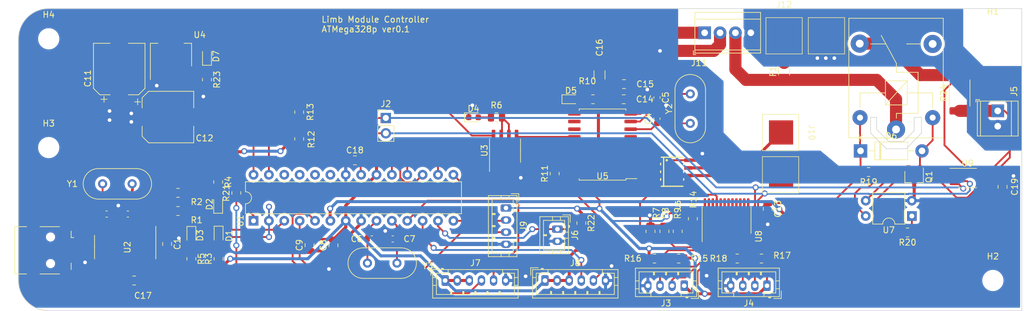
<source format=kicad_pcb>
(kicad_pcb (version 20221018) (generator pcbnew)
  (title_block (title "Tarantula One") (date "2024-04-13") (company "Swiss German University") (comment 1 "MCU : ATMega328p") (comment 2 "Modular Limb Controller") (comment 3 "PCB Schematic Circuit"))
  (layers (0 "F.Cu" signal) (31 "B.Cu" power) (34 "B.Paste" user) (35 "F.Paste" user) (36 "B.SilkS" user "B.Silkscreen") (37 "F.SilkS" user "F.Silkscreen") (38 "B.Mask" user) (39 "F.Mask" user) (44 "Edge.Cuts" user))
  (net 0 "")
  (net 1 "GND")
  (net 2 "Net-(U2-V3)")
  (net 3 "Net-(U2-XI)")
  (net 4 "Net-(U2-XO)")
  (net 5 "Net-(U5-OSC2)")
  (net 6 "Net-(U5-OSC1)")
  (net 7 "Net-(U1-XTAL1{slash}PB6)")
  (net 8 "Net-(U1-XTAL2{slash}PB7)")
  (net 9 "+5V")
  (net 10 "+5VP")
  (net 11 "Net-(U2-~{DTR})")
  (net 12 "Net-(U1-~{RESET}{slash}PC6)")
  (net 13 "Net-(U1-AREF)")
  (net 14 "Net-(D1-K)")
  (net 15 "Net-(D1-A)")
  (net 16 "Net-(D2-K)")
  (net 17 "Net-(D2-A)")
  (net 18 "Net-(D3-A)")
  (net 19 "Net-(D4-A)")
  (net 20 "Net-(D5-A)")
  (net 21 "Net-(D6-A)")
  (net 22 "Net-(D7-K)")
  (net 23 "+12V")
  (net 24 "Net-(J10-Pin_1)")
  (net 26 "Net-(J1-D-)")
  (net 27 "Net-(J1-D+)")
  (net 30 "/SCL")
  (net 31 "/SDA")
  (net 32 "Net-(J3-Pin_2)")
  (net 33 "Net-(J3-Pin_3)")
  (net 34 "Net-(J4-Pin_2)")
  (net 35 "Net-(J4-Pin_3)")
  (net 36 "Net-(J5-Pin_1)")
  (net 37 "Net-(J6-Pin_1)")
  (net 38 "Net-(J7-Pin_4)")
  (net 39 "Net-(J7-Pin_5)")
  (net 40 "Net-(J8-Pin_4)")
  (net 41 "Net-(J8-Pin_5)")
  (net 42 "Net-(J9-Pin_2)")
  (net 43 "Net-(J9-Pin_3)")
  (net 44 "/NO")
  (net 45 "Net-(Q1-B)")
  (net 46 "Net-(U2-TXD)")
  (net 47 "Net-(U2-RXD)")
  (net 48 "Net-(U3B--)")
  (net 49 "Net-(U8-A2)")
  (net 50 "Net-(U8-A1)")
  (net 51 "Net-(U8-A0)")
  (net 52 "Net-(U5-~{RESET})")
  (net 53 "Net-(U8-~{RESET})")
  (net 54 "Net-(R19-Pad1)")
  (net 55 "Net-(R20-Pad1)")
  (net 56 "Net-(U1-PD4)")
  (net 57 "Net-(U1-PB2)")
  (net 58 "Net-(U1-PB3)")
  (net 59 "Net-(U1-PB4)")
  (net 60 "Net-(U1-PB5)")
  (net 71 "Net-(U5-TXCAN)")
  (net 72 "Net-(U5-RXCAN)")
  (net 95 "Net-(J10-Pin_2)")
  (net 98 "Net-(J12-Pin_1)")
  (footprint "Relay_THT:Relay_SPDT_SANYOU_SRD_Series_Form_C" (layer "F.Cu") (at 165.859564 160.785 90)
    (fp_text reference "K1" hide)
    (fp_text value "SANYOU_SRD_Form_C")
  )
  (footprint "MountingHole:MountingHole_3mm" (layer "F.Cu") (at 25.859564 145.785)
    (fp_text reference "H4")
    (fp_text value "MountingHole")
  )
  (footprint "Package_TO_SOT_SMD:SOT-223-3_TabPin2" (layer "F.Cu") (at 46.059564 148.435 90)
    (fp_text reference "U4")
    (fp_text value "AMS1117-5.0")
  )
  (footprint "Crystal:Crystal_HC49-U_Vertical" (layer "F.Cu") (at 34.764564 169.785)
    (fp_text reference "Y1")
    (fp_text value "12MHz")
  )
  (footprint "Capacitor_SMD:C_0805_2012Metric" (layer "F.Cu") (at 144.659564 173.935 -90)
    (fp_text reference "C13")
    (fp_text value "100n")
  )
  (footprint "Resistor_SMD:R_0805_2012Metric" (layer "F.Cu") (at 56.859564 171.2975 90)
    (fp_text reference "R21")
    (fp_text value "1k")
  )
  (footprint "Connector_JST:JST_PH_B6B-PH-K_1x06_P2.00mm_Vertical" (layer "F.Cu") (at 91.359564 185.785)
    (fp_text reference "J7")
    (fp_text value "Driver 1")
  )
  (footprint "Connector_JST:JST_PH_B4B-PH-K_1x04_P2.00mm_Vertical" (layer "F.Cu") (at 101.409564 173.785 -90)
    (fp_text reference "J9")
    (fp_text value "SRO4M 2")
  )
  (footprint "Capacitor_SMD:C_1206_3216Metric" (layer "F.Cu") (at 116.859564 151.76 90)
    (fp_text reference "C16")
    (fp_text value "10u")
  )
  (footprint "LED_SMD:LED_0603_1608Metric" (layer "F.Cu") (at 96.042064 158.785)
    (fp_text reference "D4")
    (fp_text value "LED")
  )
  (footprint "Capacitor_SMD:C_0805_2012Metric" (layer "F.Cu") (at 72.899564 179.955 90)
    (fp_text reference "C8")
    (fp_text value "100n")
  )
  (footprint "Capacitor_SMD:C_0805_2012Metric" (layer "F.Cu") (at 68.959564 179.935 90)
    (fp_text reference "C9")
    (fp_text value "10u")
  )
  (footprint "Resistor_SMD:R_0805_2012Metric" (layer "F.Cu") (at 129.947064 182.1475 180)
    (fp_text reference "R15")
    (fp_text value "47k")
  )
  (footprint "Resistor_SMD:R_2512_6332Metric" (layer "F.Cu") (at 176.359564 154.7475 90)
    (fp_text reference "R24")
    (fp_text value "100")
  )
  (footprint "Capacitor_SMD:C_0805_2012Metric" (layer "F.Cu") (at 120.909564 153.285)
    (fp_text reference "C15")
    (fp_text value "100n")
  )
  (footprint "Resistor_SMD:R_0805_2012Metric" (layer "F.Cu") (at 167.757064 177.835 180)
    (fp_text reference "R20")
    (fp_text value "1k")
  )
  (footprint "Resistor_SMD:R_0805_2012Metric" (layer "F.Cu") (at 53.929564 182.1975 90)
    (fp_text reference "R3")
    (fp_text value "1k")
  )
  (footprint "LED_SMD:LED_0603_1608Metric" (layer "F.Cu") (at 52.009564 148.6725 90)
    (fp_text reference "D7")
    (fp_text value "LED")
  )
  (footprint "Package_SO:SOIC-18W_7.5x11.6mm_P1.27mm" (layer "F.Cu") (at 117.359564 163.285 180)
    (fp_text reference "U5")
    (fp_text value "MCP2515-xSO")
  )
  (footprint "Capacitor_SMD:C_0805_2012Metric" (layer "F.Cu") (at 45.429564 179.735 -90)
    (fp_text reference "C1")
    (fp_text value "100n")
  )
  (footprint "MountingHole:MountingHole_3mm" (layer "F.Cu") (at 181.859564 145.285)
    (fp_text reference "H1")
    (fp_text value "MountingHole")
  )
  (footprint "Connector_JST:JST_PH_B2B-PH-K_1x02_P2.00mm_Vertical" (layer "F.Cu") (at 109.909564 177.285 -90)
    (fp_text reference "J6")
    (fp_text value "Limit Switch")
  )
  (footprint "Capacitor_SMD:C_0603_1608Metric" (layer "F.Cu") (at 82.694564 178.905)
    (fp_text reference "C7")
    (fp_text value "22p")
  )
  (footprint "Resistor_SMD:R_0805_2012Metric" (layer "F.Cu") (at 125.284564 177.6475 -90)
    (fp_text reference "R7")
    (fp_text value "10k")
  )
  (footprint "Capacitor_SMD:C_0805_2012Metric" (layer "F.Cu") (at 76.449564 165.905)
    (fp_text reference "C18")
    (fp_text value "100n")
  )
  (footprint "Capacitor_SMD:C_0603_1608Metric" (layer "F.Cu") (at 35.439564 174.785)
    (fp_text reference "C3" hide)
    (fp_text value "22p")
  )
  (footprint "Capacitor_SMD:C_0603_1608Metric" (layer "F.Cu") (at 126.359564 159.01 90)
    (fp_text reference "C4")
    (fp_text value "22p")
  )
  (footprint "TJA1050:SOT96-1" (layer "F.Cu") (at 128.859564 167.785 -90)
    (fp_text reference "U6")
    (fp_text value "TJA1050")
  )
  (footprint "Resistor_SMD:R_0805_2012Metric" (layer "F.Cu") (at 115.772064 155.785 180)
    (fp_text reference "R10")
    (fp_text value "1k")
  )
  (footprint "Resistor_SMD:R_0805_2012Metric" (layer "F.Cu") (at 139.622064 182.1475)
    (fp_text reference "R18")
    (fp_text value "47k")
  )
  (footprint "Resistor_SMD:R_0805_2012Metric" (layer "F.Cu") (at 49.429564 182.1975 -90)
    (fp_text reference "R5")
    (fp_text value "1k")
  )
  (footprint "Resistor_SMD:R_0805_2012Metric" (layer "F.Cu") (at 67.246628 157.9275 -90)
    (fp_text reference "R13")
    (fp_text value "10k")
  )
  (footprint "Resistor_SMD:R_0805_2012Metric" (layer "F.Cu") (at 143.622064 182.1475 180)
    (fp_text reference "R17")
    (fp_text value "47k")
  )
  (footprint "MountingHole:MountingHole_3mm" (layer "F.Cu") (at 181.859564 185.785)
    (fp_text reference "H2")
    (fp_text value "MountingHole")
  )
  (footprint "Resistor_SMD:R_0805_2012Metric" (layer "F.Cu") (at 99.842064 158.785 180)
    (fp_text reference "R6")
    (fp_text value "1k")
  )
  (footprint "LED_SMD:LED_0603_1608Metric" (layer "F.Cu") (at 49.429564 178.3225 -90)
    (fp_text reference "D3")
    (fp_text value "LED")
  )
  (footprint "Diode_THT:D_DO-41_SOD81_P10.16mm_Horizontal" (layer "F.Cu") (at 159.989564 164.335)
    (fp_text reference "D6")
    (fp_text value "1N4007")
  )
  (footprint "Capacitor_SMD:CP_Elec_8x10" (layer "F.Cu") (at 37.509564 150.785 90)
    (fp_text reference "C11")
    (fp_text value "47u")
  )
  (footprint "Resistor_SMD:R_0805_2012Metric" (layer "F.Cu") (at 47.217064 171.285)
    (fp_text reference "R2")
    (fp_text value "1k")
  )
  (footprint "Connector_PinHeader_2.54mm:PinHeader_1x02_P2.54mm_Vertical" (layer "F.Cu") (at 81.559564 158.885)
    (fp_text reference "J2")
    (fp_text value "I2C Connection SDA/SCL")
  )
  (footprint "LED_SMD:LED_0603_1608Metric" (layer "F.Cu") (at 53.859564 173.1725 90)
    (fp_text reference "D2")
    (fp_text value "LED")
  )
  (footprint "Resistor_SMD:R_0805_2012Metric" (layer "F.Cu") (at 109.459564 168.0975 90)
    (fp_text reference "R11")
    (fp_text value "10k")
  )
  (footprint "Connector_JST:JST_PH_B4B-PH-K_1x04_P2.00mm_Vertical" (layer "F.Cu") (at 144.534564 186.6475 180)
    (fp_text reference "J4")
    (fp_text value "AS5600")
  )
  (footprint "Connector_USB:USB_Mini-B_Lumberg_2486_01_Horizontal" (layer "F.Cu") (at 26.159564 180.785 -90)
    (fp_text reference "J1" hide)
    (fp_text value "USB_B_Mini")
  )
  (footprint "MountingHole:MountingHole_3mm" (layer "F.Cu") (at 25.859564 163.785)
    (fp_text reference "H3")
    (fp_text value "MountingHole")
  )
  (footprint "Capacitor_SMD:C_0603_1608Metric" (layer "F.Cu") (at 79.244564 178.905 180)
    (fp_text reference "C6")
    (fp_text value "22p")
  )
  (footprint "Crystal:Crystal_HC49-U_Vertical" (layer "F.Cu") (at 78.519564 182.905)
    (fp_text reference "Y3")
    (fp_text value "16Mhz")
  )
  (footprint "Package_SO:SOIC-16_3.9x9.9mm_P1.27mm" (layer "F.Cu") (at 38.494564 180.26 -90)
    (fp_text reference "U2")
    (fp_text value "CH340G")
  )
  (footprint "Resistor_SMD:R_0805_2012Metric" (layer "F.Cu") (at 52.009564 152.5475 -90)
    (fp_text reference "R23")
    (fp_text value "1k")
  )
  (footprint "Crystal:Crystal_HC49-U_Vertical" (layer "F.Cu") (at 131.859564 159.785 90)
    (fp_text reference "Y2")
    (fp_text value "8MHz")
  )
  (footprint "Resistor_SMD:R_0805_2012Metric" (layer "F.Cu") (at 129.784564 177.6475 -90)
    (fp_text reference "R9")
    (fp_text value "10k")
  )
  (footprint "TerminalBlock_TE-Connectivity:TerminalBlock_TE_282834-4_1x04_P2.54mm_Horizontal" (layer "F.Cu") (at 134.239564 144.785)
    (fp_text reference "J11")
    (fp_text value "LM2596")
  )
  (footprint "Library:Pad_2X" (layer "F.Cu") (at 147.359564 150.285)
    (fp_text reference "J12")
    (fp_text value "Power Cables")
  )
  (footprint "Capacitor_SMD:C_0603_1608Metric" (layer "F.Cu") (at 126.359564 155.51 -90)
    (fp_text reference "C5")
    (fp_text value "22p")
  )
  (footprint "Capacitor_SMD:C_0805_2012Metric" (layer "F.Cu") (at 39.979564 185.785)
    (fp_text reference "C17")
    (fp_text value "100n")
  )
  (footprint "Capacitor_SMD:C_0603_1608Metric" (layer "F.Cu") (at 38.939564 174.785 180)
    (fp_text reference "C2" hide)
    (fp_text value "22p")
  )
  (footprint "Package_SO:SOIC-8_3.9x4.9mm_P1.27mm" (layer "F.Cu") (at 101.254564 164.285 90)
    (fp_text reference "U3")
    (fp_text value "LM358")
  )
  (footprint "Connector_JST:JST_PH_B6B-PH-K_1x06_P2.00mm_Vertical" (layer "F.Cu") (at 107.859564 185.785)
    (fp_text reference "J8")
    (fp_text value "Driver 2")
  )
  (footprint "Package_DIP:DIP-4_W7.62mm" (layer "F.Cu") (at 168.469564 175.11 180)
    (fp_text reference "U7")
    (fp_text value "PC817")
  )
  (footprint "Library:Pad_2X" (layer "F.Cu") (at 141.779564 161.285 -90)
    (fp_text reference "J10")
    (fp_text value "CAN Cables")
  )
  (footprint "TerminalBlock_TE-Connectivity:TerminalBlock_TE_282834-2_1x02_P2.54mm_Horizontal" (layer "F.Cu") (at 182.659564 157.715 -90)
    (fp_text reference "J5")
    (fp_text value "12V Pump")
  )
  (footprint "Resistor_SMD:R_0805_2012Metric" (layer "F.Cu") (at 161.322064 167.835 180)
    (fp_text reference "R19")
    (fp_text value "1k")
  )
  (footprint "Resistor_SMD:R_0805_2012Metric" (layer "F.Cu") (at 132.284564 175.56 -90)
    (fp_text reference "R14")
    (fp_text value "10k")
  )
  (footprint "Capacitor_SMD:C_0805_2012Metric" (layer "F.Cu") (at 120.859564 155.785)
    (fp_text reference "C14")
    (fp_text value "100n")
  )
  (footprint "Package_SO:VSSOP-10_3x3mm_P0.5mm" (layer "F.Cu") (at 177.669564 168.835)
    (fp_text reference "U9")
    (fp_text value "INA226")
  )
  (footprint "Package_DIP:DIP-28_W7.62mm" (layer "F.Cu") (at 59.699564 175.905 90)
    (fp_text reference "U1")
    (fp_text value "ATmega328-P")
  )
  (footprint "Resistor_SMD:R_0805_2012Metric" (layer "F.Cu") (at 113.859564 176.285 -90)
    (fp_text reference "R22")
    (fp_text value "10k")
  )
  (footprint "Package_SO:TSSOP-24_4.4x7.8mm_P0.65mm" (layer "F.Cu") (at 137.859564 175.785 90)
    (fp_text reference "U8")
    (fp_text value "TCA9548APWR")
  )
  (footprint "LED_SMD:LED_0603_1608Metric" (layer "F.Cu") (at 53.929564 178.285 -90)
    (fp_text reference "D1")
    (fp_text value "LED")
  )
  (footprint "Connector_JST:JST_PH_B4B-PH-K_1x04_P2.00mm_Vertical" (layer "F.Cu") (at 130.859564 186.6475 180)
    (fp_text reference "J3")
    (fp_text value "AS5600")
  )
  (footprint "Resistor_SMD:R_0805_2012Metric" (layer "F.Cu") (at 127.584564 177.6475 -90)
    (fp_text reference "R8")
    (fp_text value "10k")
  )
  (footprint "LED_SMD:LED_0603_1608Metric" (layer "F.Cu") (at 112.147064 155.785)
    (fp_text reference "D5")
    (fp_text value "LED")
  )
  (footprint "Resistor_SMD:R_0805_2012Metric" (layer "F.Cu") (at 47.217064 174.285)
    (fp_text reference "R1")
    (fp_text value "1k")
  )
  (footprint "Package_TO_SOT_SMD:TSOT-23" (layer "F.Cu") (at 168.859564 168.645 -90)
    (fp_text reference "Q1")
    (fp_text value "BC547")
  )
  (footprint "Resistor_SMD:R_0805_2012Metric" (layer "F.Cu") (at 67.246628 162.3525 90)
    (fp_text reference "R12")
    (fp_text value "10k")
  )
  (footprint "Resistor_SMD:R_0805_2012Metric" (layer "F.Cu") (at 125.947064 182.1475)
    (fp_text reference "R16")
    (fp_text value "47k")
  )
  (footprint "Capacitor_SMD:CP_Elec_8x10" (layer "F.Cu") (at 45.559564 158.735)
    (fp_text reference "C12")
    (fp_text value "47u")
  )
  (footprint "Fuse:Fuse_1206_3216Metric" (layer "F.Cu") (at 147.359564 151.185 90)
    (fp_text reference "F1")
    (fp_text value "6A")
  )
  (footprint "Resistor_SMD:R_0805_2012Metric" (layer "F.Cu") (at 53.859564 169.4725 -90)
    (fp_text reference "R4")
    (fp_text value "1k")
  )
  (footprint "Capacitor_SMD:C_0805_2012Metric" (layer "F.Cu") (at 183.459564 170.285 90)
    (fp_text reference "C19")
    (fp_text value "100n")
  )
  (gr_line (start 20.859564 145.785) (end 20.859564 185.785) (stroke (width 0.1)) (layer "Edge.Cuts"))
  (gr_line (start 170.059564 158.785) (end 170.059564 161.385) (stroke (width 0.1)) (layer "Edge.Cuts"))
  (gr_line (start 161.659564 161.385) (end 164.259564 163.985) (stroke (width 0.1)) (layer "Edge.Cuts"))
  (gr_line (start 162.659564 160.785) (end 164.659564 162.785) (stroke (width 0.1)) (layer "Edge.Cuts"))
  (gr_line (start 162.659564 158.785) (end 162.659564 160.785) (stroke (width 0.1)) (layer "Edge.Cuts"))
  (gr_line (start 167.559564 163.985) (end 170.059564 161.385) (stroke (width 0.1)) (layer "Edge.Cuts"))
  (gr_line (start 186.6325 140.785) (end 25.859564 140.785) (stroke (width 0.1)) (layer "Edge.Cuts"))
  (gr_line (start 186.6325 140.785) (end 186.6325 190.785) (stroke (width 0.1)) (layer "Edge.Cuts"))
  (gr_line (start 168.859564 158.785) (end 170.059564 158.785) (stroke (width 0.1)) (layer "Edge.Cuts"))
  (gr_line (start 161.659564 158.785) (end 161.659564 161.385) (stroke (width 0.1)) (layer "Edge.Cuts"))
  (gr_line (start 164.259564 163.985) (end 167.559564 163.985) (stroke (width 0.1)) (layer "Edge.Cuts"))
  (gr_line (start 167.059564 162.785) (end 168.859564 160.985) (stroke (width 0.1)) (layer "Edge.Cuts"))
  (gr_line (start 164.659564 162.785) (end 167.059564 162.785) (stroke (width 0.1)) (layer "Edge.Cuts"))
  (gr_arc (start 20.859564 145.785) (mid 22.324028 142.249453) (end 25.859564 140.785) (stroke (width 0.1)) (layer "Edge.Cuts"))
  (gr_line (start 161.659564 158.785) (end 162.659564 158.785) (stroke (width 0.1)) (layer "Edge.Cuts"))
  (gr_line (start 25.859564 190.785) (end 186.6325 190.785) (stroke (width 0.1)) (layer "Edge.Cuts"))
  (gr_line (start 168.859564 160.985) (end 168.859564 158.785) (stroke (width 0.1)) (layer "Edge.Cuts"))
  (gr_arc (start 25.859564 190.785) (mid 22.324053 189.320521) (end 20.859564 185.785) (stroke (width 0.1)) (layer "Edge.Cuts"))
  (gr_text "Limb Module Controller\nATMega328p ver0.1" (at 70.859564 144.785) (layer "F.SilkS") (effects (font (size 1 1)) (justify left bottom)))
  (segment (start 143.659564 174.885) (end 144.659564 174.885) (width 0.3) (layer "F.Cu") (net 1))
  (segment (start 47.359564 178.785) (end 48.179564 178.785) (width 0.5) (layer "F.Cu") (net 1))
  (segment (start 144.659564 176.485) (end 144.659564 174.885) (width 0.3) (layer "F.Cu") (net 1))
  (segment (start 77.399564 175.985) (end 77.479564 175.905) (width 0.6) (layer "F.Cu") (net 1))
  (segment (start 111.359564 155.785) (end 111.359564 152.385) (width 0.5) (layer "F.Cu") (net 1))
  (segment (start 95.254564 158.785) (end 95.254564 157.39) (width 0.3) (layer "F.Cu") (net 1))
  (segment (start 127.584564 176.735) (end 129.784564 176.735) (width 0.5) (layer "F.Cu") (net 1))
  (segment (start 111.359564 152.385) (end 113.459564 150.285) (width 0.5) (layer "F.Cu") (net 1))
  (segment (start 132.764564 165.88) (end 133.859564 164.785) (width 0.5) (layer "F.Cu") (net 1))
  (segment (start 126.209564 167.15) (end 127.394564 167.15) (width 0.3) (layer "F.Cu") (net 1))
  (segment (start 123.639564 158.205) (end 123.859564 157.985) (width 0.3) (layer "F.Cu") (net 1))
  (segment (start 131.509564 165.88) (end 132.764564 165.88) (width 0.5) (layer "F.Cu") (net 1))
  (segment (start 72.879564 180.885) (end 72.899564 180.905) (width 0.5) (layer "F.Cu") (net 1))
  (segment (start 72.899564 183.145) (end 72.159564 183.885) (width 0.5) (layer "F.Cu") (net 1))
  (segment (start 77.479564 176.325) (end 77.479564 175.905) (width 0.5) (layer "F.Cu") (net 1))
  (segment (start 124.259564 154.185) (end 124.759564 154.185) (width 0.5) (layer "F.Cu") (net 1))
  (segment (start 121.859564 155.735) (end 121.809564 155.785) (width 0.5) (layer "F.Cu") (net 1))
  (segment (start 117.859564 185.785) (end 117.859564 184.385) (width 0.5) (layer "F.Cu") (net 1))
  (segment (start 35.809564 157.735) (end 35.909564 157.735) (width 0.5) (layer "F.Cu") (net 1))
  (segment (start 183.459564 169.335) (end 184.409564 169.335) (width 0.3) (layer "F.Cu") (net 1))
  (segment (start 52.009564 154.735) (end 51.409564 155.335) (width 0.3) (layer "F.Cu") (net 1))
  (segment (start 135.739564 147.785) (end 126.859564 147.785) (width 2) (layer "F.Cu") (net 1))
  (segment (start 141.434564 178.6475) (end 141.434564 177.11) (width 0.3) (layer "F.Cu") (net 1))
  (segment (start 125.284564 176.735) (end 127.584564 176.735) (width 0.5) (layer "F.Cu") (net 1))
  (segment (start 48.179564 178.785) (end 49.429564 177.535) (width 0.5) (layer "F.Cu") (net 1))
  (segment (start 141.434564 177.11) (end 143.659564 174.885) (width 0.3) (layer "F.Cu") (net 1))
  (segment (start 103.159564 168.085) (end 103.859564 168.785) (width 0.5) (layer "F.Cu") (net 1))
  (segment (start 80.019564 178.905) (end 81.919564 178.905) (width 0.3) (layer "F.Cu") (net 1))
  (segment (start 168.859564 169.955) (end 168.859564 172.18) (width 0.5) (layer "F.Cu") (net 1))
  (segment (start 38.164564 174.785) (end 38.164564 174.19) (width 0.3) (layer "F.Cu") (net 1))
  (segment (start 81.919564 178.045) (end 81.459564 177.585) (width 0.3) (layer "F.Cu") (net 1))
  (segment (start 74.939564 168.285) (end 74.939564 166.465) (width 0.5) (layer "F.Cu") (net 1))
  (segment (start 123.859564 155.085) (end 123.959564 154.985) (width 0.3) (layer "F.Cu") (net 1))
  (segment (start 74.939564 166.465) (end 75.499564 165.905) (width 0.5) (layer "F.Cu") (net 1))
  (segment (start 123.859564 157.985) (end 123.859564 155.085) (width 0.3) (layer "F.Cu") (net 1))
  (segment (start 72.899564 180.905) (end 77.479564 176.325) (width 0.5) (layer "F.Cu") (net 1))
  (segment (start 124.859564 186.6475) (end 122.122064 186.6475) (width 0.5) (layer "F.Cu") (net 1))
  (segment (start 122.122064 186.6475) (end 118.859564 183.385) (width 0.5) (layer "F.Cu") (net 1))
  (segment (start 136.779564 146.745) (end 135.739564 147.785) (width 2) (layer "F.Cu") (net 1))
  (segment (start 68.959564 180.885) (end 72.879564 180.885) (width 0.5) (layer "F.Cu") (net 1))
  (segment (start 120.359564 150.285) (end 121.859564 151.785) (width 0.5) (layer "F.Cu") (net 1))
  (segment (start 117.859564 184.385) (end 118.859564 183.385) (width 0.5) (layer "F.Cu") (net 1))
  (segment (start 38.164564 174.19) (end 37.359564 173.385) (width 0.3) (layer "F.Cu") (net 1))
  (segment (start 28.859564 182.385) (end 31.459564 182.385) (width 0.3) (layer "F.Cu") (net 1))
  (segment (start 125.284564 176.735) (end 125.284564 175.11) (width 0.5) (layer "F.Cu") (net 1))
  (segment (start 127.394564 167.15) (end 128.664564 165.88) (width 0.3) (layer "F.Cu") (net 1))
  (segment (start 138.534564 186.6475) (end 136.222064 186.6475) (width 0.5) (layer "F.Cu") (net 1))
  (segment (start 121.859564 153.285) (end 121.859564 155.735) (width 0.5) (layer "F.Cu") (net 1))
  (segment (start 128.664564 165.88) (end 131.509564 165.88) (width 0.3) (layer "F.Cu") (net 1))
  (segment (start 126.359564 156.285) (end 126.359564 158.235) (width 0.3) (layer "F.Cu") (net 1))
  (segment (start 101.359564 185.785) (end 103.959564 185.785) (width 0.5) (layer "F.Cu") (net 1))
  (segment (start 113.459564 150.285) (end 116.859564 150.285) (width 0.5) (layer "F.Cu") (net 1))
  (segment (start 123.959564 154.985) (end 124.759564 154.185) (width 0.3) (layer "F.Cu") (net 1))
  (segment (start 125.284564 175.11) (end 125.159564 174.985) (width 0.5) (layer "F.Cu") (net 1))
  (segment (start 179.869564 169.335) (end 183.459564 169.335) (width 0.3) (layer "F.Cu") (net 1))
  (segment (start 49.179564 177.785) (end 49.429564 177.535) (width 0.4) (layer "F.Cu") (net 1))
  (segment (start 42.939564 177.785) (end 49.179564 177.785) (width 0.4) (layer "F.Cu") (net 1))
  (segment (start 103.159564 166.76) (end 103.159564 168.085) (width 0.5) (layer "F.Cu") (net 1))
  (segment (start 103.959564 185.785) (end 104.659564 185.085) (width 0.5) (layer "F.Cu") (net 1))
  (segment (start 127.359564 156.285) (end 127.859564 156.785) (width 0.3) (layer "F.Cu") (net 1))
  (segment (start 72.899564 180.905) (end 72.899564 183.145) (width 0.5) (layer "F.Cu") (net 1))
  (segment (start 121.859564 151.785) (end 121.859564 153.285) (width 0.5) (layer "F.Cu") (net 1))
  (segment (start 184.409564 169.335) (end 185.259564 168.485) (width 0.3) (layer "F.Cu") (net 1))
  (segment (start 136.222064 186.6475) (end 134.559564 184.985) (width 0.5) (layer "F.Cu") (net 1))
  (segment (start 45.429564 178.785) (end 47.359564 178.785) (width 0.5) (layer "F.Cu") (net 1))
  (segment (start 136.779564 144.785) (end 136.779564 146.745) (width 2) (layer "F.Cu") (net 1))
  (segment (start 81.919564 178.905) (end 81.919564 178.045) (width 0.3) (layer "F.Cu") (net 1))
  (segment (start 121.859564 151.785) (end 124.259564 154.185) (width 0.5) (layer "F.Cu") (net 1))
  (segment (start 42.929564 177.775) (end 42.939564 177.785) (width 0.4) (layer "F.Cu") (net 1))
  (segment (start 95.254564 157.39) (end 95.859564 156.785) (width 0.3) (layer "F.Cu") (net 1))
  (segment (start 168.859564 172.18) (end 168.469564 172.57) (width 0.5) (layer "F.Cu") (net 1))
  (segment (start 31.459564 182.385) (end 31.859564 182.785) (width 0.3) (layer "F.Cu") (net 1))
  (segment (start 122.009564 158.205) (end 123.639564 158.205) (width 0.3) (layer "F.Cu") (net 1))
  (segment (start 126.359564 156.285) (end 127.359564 156.285) (width 0.3) (layer "F.Cu") (net 1))
  (segment (start 36.214564 174.785) (end 38.164564 174.785) (width 0.3) (layer "F.Cu") (net 1))
  (segment (start 52.009564 153.46) (end 52.009564 154.735) (width 0.3) (layer "F.Cu") (net 1))
  (segment (start 116.859564 150.285) (end 120.359564 150.285) (width 0.5) (layer "F.Cu") (net 1))
  (via (at 134.559564 184.985) (size 1) (drill 0.6) (layers "F.Cu" "B.Cu") (net 1))
  (via (at 81.459564 177.585) (size 1) (drill 0.6) (layers "F.Cu" "B.Cu") (net 1))
  (via (at 43.709564 153.535) (size 1) (drill 0.6) (layers "F.Cu" "B.Cu") (net 1))
  (via (at 124.759564 154.185) (size 1) (drill 0.6) (layers "F.Cu" "B.Cu") (net 1))
  (via (at 104.659564 185.085) (size 1) (drill 0.6) (layers "F.Cu" "B.Cu") (net 1))
  (via (at 144.659564 176.485) (size 1) (drill 0.6) (layers "F.Cu" "B.Cu") (net 1))
  (via (at 155.659564 148.985) (size 1) (drill 0.6) (layers "F.Cu" "B.Cu") (net 1))
  (via (at 51.409564 155.335) (size 1) (drill 0.6) (layers "F.Cu" "B.Cu") (net 1))
  (via (at 39.509564 158.135) (size 1) (drill 0.6) (layers "F.Cu" "B.Cu") (net 1))
  (via (at 47.359564 178.785) (size 1) (drill 0.6) (layers "F.Cu" "B.Cu") (net 1))
  (via (at 37.359564 173.385) (size 1) (drill 0.6) (layers "F.Cu" "B.Cu") (net 1))
  (via (at 95.859564 156.785) (size 1) (drill 0.6) (layers "F.Cu" "B.Cu") (net 1))
  (via (at 35.909564 159.235) (size 1) (drill 0.6) (layers "F.Cu" "B.Cu") (net 1))
  (via (at 31.859564 182.785) (size 1) (drill 0.6) (layers "F.Cu" "B.Cu") (net 1))
  (via (at 118.859564 183.385) (size 1) (drill 0.6) (layers "F.Cu" "B.Cu") (net 1))
  (via (at 72.159564 183.885) (size 1) (drill 0.6) (layers "F.Cu" "B.Cu") (net 1))
  (via (at 35.909564 157.735) (size 1) (drill 0.6) (layers "F.Cu" "B.Cu") (net 1))
  (via (at 103.859564 168.785) (size 1) (drill 0.6) (layers "F.Cu" "B.Cu") (net 1))
  (via (at 152.859564 148.985) (size 1) (drill 0.6) (layers "F.Cu" "B.Cu") (net 1))
  (via (at 126.859564 147.785) (size 1) (drill 0.6) (layers "F.Cu" "B.Cu") (net 1))
  (via (at 125.159564 174.985) (size 1) (drill 0.6) (layers "F.Cu" "B.Cu") (net 1))
  (via (at 133.859564 164.785) (size 1) (drill 0.6) (layers "F.Cu" "B.Cu") (net 1))
  (via (at 154.259564 148.985) (size 1) (drill 0.6) (layers "F.Cu" "B.Cu") (net 1))
  (via (at 127.859564 156.785) (size 1) (drill 0.6) (layers "F.Cu" "B.Cu") (net 1))
  (via (at 39.509564 159.535) (size 1) (drill 0.6) (layers "F.Cu" "B.Cu") (net 1))
  (via (at 185.259564 168.485) (size 1) (drill 0.6) (layers "F.Cu" "B.Cu") (net 1))
  (segment (start 45.429564 180.685) (end 40.359564 180.685) (width 0.3) (layer "F.Cu") (net 2))
  (segment (start 40.359564 180.685) (end 39.129564 179.455) (width 0.3) (layer "F.Cu") (net 2))
  (segment (start 39.129564 179.455) (end 39.129564 177.785) (width 0.3) (layer "F.Cu") (net 2))
  (segment (start 35.319564 177.785) (end 35.319564 176.725) (width 0.3) (layer "F.Cu") (net 3))
  (segment (start 39.714564 175.33) (end 39.714564 174.785) (width 0.3) (layer "F.Cu") (net 3))
  (segment (start 39.644564 170.785) (end 39.714564 170.785) (width 0.4) (layer "F.Cu") (net 3))
  (segment (start 39.644564 170.785) (end 39.644564 174.715) (width 0.4) (layer "F.Cu") (net 3))
  (segment (start 35.859564 176.185) (end 38.859564 176.185) (width 0.3) (layer "F.Cu") (net 3))
  (segment (start 35.319564 176.725) (end 35.859564 176.185) (width 0.3) (layer "F.Cu") (net 3))
  (segment (start 39.714564 169.855) (end 39.644564 169.785) (width 0.4) (layer "F.Cu") (net 3))
  (segment (start 38.859564 176.185) (end 39.714564 175.33) (width 0.3) (layer "F.Cu") (net 3))
  (segment (start 39.714564 170.785) (end 39.714564 169.855) (width 0.4) (layer "F.Cu") (net 3))
  (segment (start 39.644564 174.715) (end 39.714564 174.785) (width 0.4) (layer "F.Cu") (net 3))
  (segment (start 34.049564 177.785) (end 34.049564 175.4) (width 0.3) (layer "F.Cu") (net 4))
  (segment (start 34.764564 174.685) (end 34.764564 169.785) (width 0.3) (layer "F.Cu") (net 4))
  (segment (start 34.049564 175.4) (end 34.664564 174.785) (width 0.3) (layer "F.Cu") (net 4))
  (segment (start 34.664564 174.785) (end 34.764564 174.685) (width 0.3) (layer "F.Cu") (net 4))
  (segment (start 122.009564 160.745) (end 125.399564 160.745) (width 0.3) (layer "F.Cu") (net 5))
  (segment (start 126.359564 159.785) (end 131.859564 159.785) (width 0.3) (layer "F.Cu") (net 5))
  (segment (start 125.399564 160.745) (end 126.359564 159.785) (width 0.3) (layer "F.Cu") (net 5))
  (segment (start 126.529564 154.905) (end 131.859564 154.905) (width 0.3) (layer "F.Cu") (net 6))
  (segment (start 124.659564 156.435) (end 126.359564 154.735) (width 0.3) (layer "F.Cu") (net 6))
  (segment (start 122.009564 159.475) (end 123.569564 159.475) (width 0.3) (layer "F.Cu") (net 6))
  (segment (start 124.659564 158.385) (end 124.659564 156.435) (width 0.3) (layer "F.Cu") (net 6))
  (segment (start 123.569564 159.475) (end 124.659564 158.385) (width 0.3) (layer "F.Cu") (net 6))
  (segment (start 126.359564 154.735) (end 126.529564 154.905) (width 0.3) (layer "F.Cu") (net 6))
  (segment (start 78.519564 178.955) (end 78.519564 182.905) (width 0.3) (layer "F.Cu") (net 7))
  (segment (start 78.469564 178.905) (end 78.519564 178.955) (width 0.3) (layer "F.Cu") (net 7))
  (segment (start 80.019564 175.905) (end 78.359564 177.565) (width 0.3) (layer "F.Cu") (net 7))
  (segment (start 78.359564 177.565) (end 78.359564 178.795) (width 0.3) (layer "F.Cu") (net 7))
  (segment (start 78.359564 178.795) (end 78.469564 178.905) (width 0.3) (layer "F.Cu") (net 7))
  (segment (start 83.399564 178.975) (end 83.399564 182.905) (width 0.3) (layer "F.Cu") (net 8))
  (segment (start 82.559564 175.905) (end 83.359564 176.705) (width 0.3) (layer "F.Cu") (net 8))
  (segment (start 83.469564 178.905) (end 83.399564 178.975) (width 0.3) (layer "F.Cu") (net 8))
  (segment (start 83.359564 178.795) (end 83.469564 178.905) (width 0.3) (layer "F.Cu") (net 8))
  (segment (start 83.359564 176.705) (end 83.359564 178.795) (width 0.3) (layer "F.Cu") (net 8))
  (segment (start 55.034564 168.56) (end 56.859564 170.385) (width 0.5) (layer "F.Cu") (net 9))
  (segment (start 126.994564 168.42) (end 127.459564 168.885) (width 0.3) (layer "F.Cu") (net 9))
  (segment (start 162.859564 172.185) (end 166.259564 168.785) (width 0.3) (layer "F.Cu") (net 9))
  (segment (start 128.497064 174.6475) (end 127.959564 175.185) (width 0.3) (layer "F.Cu") (net 9))
  (segment (start 119.959564 155.735) (end 119.909564 155.785) (width 0.5) (layer "F.Cu") (net 9))
  (segment (start 95.784564 161.81) (end 89.259564 155.285) (width 0.3) (layer "F.Cu") (net 9))
  (segment (start 67.246628 163.265) (end 65.279564 163.265) (width 0.5) (layer "F.Cu") (net 9))
  (segment (start 159.759564 176.985) (end 161.259564 176.985) (width 0.3) (layer "F.Cu") (net 9))
  (segment (start 116.859564 153.235) (end 119.909564 153.235) (width 0.5) (layer "F.Cu") (net 9))
  (segment (start 54.934564 183.11) (end 55.859564 182.185) (width 0.5) (layer "F.Cu") (net 9))
  (segment (start 161.259564 176.985) (end 162.859564 175.385) (width 0.3) (layer "F.Cu") (net 9))
  (segment (start 115.229564 170.885) (end 116.859564 172.515) (width 0.3) (layer "F.Cu") (net 9))
  (segment (start 175.859564 172.085) (end 177.619564 172.085) (width 0.3) (layer "F.Cu") (net 9))
  (segment (start 80.019564 168.285) (end 80.019564 165.345) (width 0.5) (layer "F.Cu") (net 9))
  (segment (start 67.246628 157.015) (end 67.246628 156.997936) (width 0.3) (layer "F.Cu") (net 9))
  (segment (start 74.939564 175.905) (end 74.939564 176.965) (width 0.5) (layer "F.Cu") (net 9))
  (segment (start 52.959564 164.485) (end 52.759564 164.485) (width 0.3) (layer "F.Cu") (net 9))
  (segment (start 155.259564 172.985) (end 160.409564 167.835) (width 0.3) (layer "F.Cu") (net 9))
  (segment (start 179.869564 169.835) (end 182.059564 169.835) (width 0.3) (layer "F.Cu") (net 9))
  (segment (start 157.159564 172.985) (end 159.159564 174.985) (width 0.3) (layer "F.Cu") (net 9))
  (segment (start 134.259564 187.985) (end 132.197064 187.985) (width 0.5) (layer "F.Cu") (net 9))
  (segment (start 135.197064 182.1475) (end 133.059564 184.285) (width 0.3) (layer "F.Cu") (net 9))
  (segment (start 68.959564 155.285) (end 62.159564 155.285) (width 0.3) (layer "F.Cu") (net 9))
  (segment (start 159.159564 174.985) (end 159.159564 176.385) (width 0.3) (layer "F.Cu") (net 9))
  (segment (start 116.859564 172.515) (end 116.859564 173.885) (width 0.3) (layer "F.Cu") (net 9))
  (segment (start 58.159564 164.385) (end 58.059564 164.485) (width 0.5) (layer "F.Cu") (net 9))
  (segment (start 53.929564 183.11) (end 54.934564 183.11) (width 0.5) (layer "F.Cu") (net 9))
  (segment (start 132.722064 174.6475) (end 133.959564 175.885) (width 0.3) (layer "F.Cu") (net 9))
  (segment (start 138.709564 182.1475) (end 135.197064 182.1475) (width 0.3) (layer "F.Cu") (net 9))
  (segment (start 74.939564 176.965) (end 72.899564 179.005) (width 0.5) (layer "F.Cu") (net 9))
  (segment (start 159.159564 176.385) (end 159.759564 176.985) (width 0.3) (layer "F.Cu") (net 9))
  (segment (start 134.284564 173.646396) (end 133.28346 174.6475) (width 0.3) (layer "F.Cu") (net 9))
  (segment (start 91.359564 185.785) (end 93.359564 185.785) (width 0.5) (layer "F.Cu") (net 9))
  (segment (start 159.989564 167.415) (end 160.409564 167.835) (width 0.3) (layer "F.Cu") (net 9))
  (segment (start 182.059564 169.835) (end 183.459564 171.235) (width 0.3) (layer "F.Cu") (net 9))
  (segment (start 115.229564 170.885) (end 112.709564 168.365) (width 0.3) (layer "F.Cu") (net 9))
  (segment (start 127.459564 170.385) (end 126.959564 170.885) (width 0.3) (layer "F.Cu") (net 9))
  (segment (start 47.059564 164.485) (end 51.059564 164.485) (width 0.5) (layer "F.Cu") (net 9))
  (segment (start 68.959564 178.985) (end 72.879564 178.985) (width 0.5) (layer "F.Cu") (net 9))
  (segment (start 125.059564 180.485) (end 125.059564 182.1225) (width 0.5) (layer "F.Cu") (net 9))
  (segment (start 53.859564 167.285) (end 53.859564 168.56) (width 0.5) (layer "F.Cu") (net 9))
  (segment (start 166.259564 168.785) (end 172.559564 168.785) (width 0.3) (layer "F.Cu") (net 9))
  (segment (start 52.009564 147.885) (end 48.159564 147.885) (width 0.3) (layer "F.Cu") (net 9))
  (segment (start 51.059564 164.485) (end 53.859564 167.285) (width 0.5) (layer "F.Cu") (net 9))
  (segment (start 126.959564 170.885) (end 115.229564 170.885) (width 0.3) (layer "F.Cu") (net 9))
  (segment (start 132.659564 182.085) (end 130.922064 182.085) (width 0.5) (layer "F.Cu") (net 9))
  (segment (start 143.197064 187.985) (end 144.534564 186.6475) (width 0.5) (layer "F.Cu") (net 9))
  (segment (start 53.859564 168.56) (end 55.034564 168.56) (width 0.5) (layer "F.Cu") (net 9))
  (segment (start 107.859564 185.785) (end 109.859564 185.785) (width 0.5) (layer "F.Cu") (net 9))
  (segment (start 93.359564 185.785) (end 95.359564 185.785) (width 0.5) (layer "F.Cu") (net 9))
  (segment (start 133.959564 175.885) (end 141.559564 175.885) (width 0.3) (layer "F.Cu") (net 9))
  (segment (start 111.859564 181.885) (end 111.859564 185.785) (width 0.5) (layer "F.Cu") (net 9))
  (segment (start 144.459564 172.985) (end 155.259564 172.985) (width 0.3) (layer "F.Cu") (net 9))
  (segment (start 132.284564 174.6475) (end 132.722064 174.6475) (width 0.3) (layer "F.Cu") (net 9))
  (segment (start 49.054564 182.735) (end 49.429564 183.11) (width 0.5) (layer "F.Cu") (net 9))
  (segment (start 177.619564 172.085) (end 179.869564 169.835) (width 0.3) (layer "F.Cu") (net 9))
  (segment (start 109.859564 185.785) (end 111.859564 185.785) (width 0.5) (layer "F.Cu") (net 9))
  (segment (start 115.459564 179.385) (end 114.059564 180.785) (width 0.5) (layer "F.Cu") (net 9))
  (segment (start 144.534564 182.1475) (end 144.534564 186.6475) (width 0.3) (layer "F.Cu") (net 9))
  (segment (start 45.659564 163.085) (end 47.059564 164.485) (width 0.5) (layer "F.Cu") (net 9))
  (segment (start 125.059564 182.1225) (end 125.034564 182.1475) (width 0.5) (layer "F.Cu") (net 9))
  (segment (start 49.429564 183.11) (end 53.929564 183.11) (width 0.5) (layer "F.Cu") (net 9))
  (segment (start 116.859564 155.61) (end 116.684564 155.785) (width 0.5) (layer "F.Cu") (net 9))
  (segment (start 52.759564 164.485) (end 51.059564 164.485) (width 0.5) (layer "F.Cu") (net 9))
  (segment (start 132.197064 187.985) (end 130.859564 186.6475) (width 0.5) (layer "F.Cu") (net 9))
  (segment (start 126.209564 168.42) (end 126.994564 168.42) (width 0.3) (layer "F.Cu") (net 9))
  (segment (start 74.939564 173.365) (end 80.019564 168.285) (width 0.5) (layer "F.Cu") (net 9))
  (segment (start 110.104564 168.365) (end 109.459564 169.01) (width 0.5) (layer "F.Cu") (net 9))
  (segment (start 116.684564 164.993528) (end 113.313092 168.365) (width 0.5) (layer "F.Cu") (net 9))
  (segment (start 89.259564 155.285) (end 68.959564 155.285) (width 0.3) (layer "F.Cu") (net 9))
  (segment (start 45.659564 153.485) (end 45.659564 163.085) (width 0.5) (layer "F.Cu") (net 9))
  (segment (start 159.989564 164.335) (end 159.989564 167.415) (width 0.3) (layer "F.Cu") (net 9))
  (segment (start 115.459564 176.085) (end 115.459564 179.385) (width 0.5) (layer "F.Cu") (net 9))
  (segment (start 159.909564 158.835) (end 159.909564 164.255) (width 0.3) (layer "F.Cu") (net 9))
  (segment (start 46.059564 153.085) (end 45.659564 153.485) (width 0.5) (layer "F.Cu") (net 9))
  (segment (start 112.959564 180.785) (end 111.859564 181.885) (width 0.5) (layer "F.Cu") (net 9))
  (segment (start 65.279564 163.265) (end 64.159564 164.385) (width 0.5) (layer "F.Cu") (net 9))
  (segment (start 114.747064 175.3725) (end 115.459564 176.085) (width 0.5) (layer "F.Cu") (net 9))
  (segment (start 162.859564 175.385) (end 162.859564 172.185) (width 0.3) (layer "F.Cu") (net 9))
  (segment (start 113.859564 175.3725) (end 113.859564 174.585) (width 0.5) (layer "F.Cu") (net 9))
  (segment (start 67.246628 156.997936) (end 68.959564 155.285) (width 0.3) (layer "F.Cu") (net 9))
  (segment (start 58.059564 164.485) (end 52.759564 164.485) (width 0.5) (layer "F.Cu") (net 9))
  (segment (start 127.459564 168.885) (end 127.459564 170.385) (width 0.3) (layer "F.Cu") (net 9))
  (segment (start 113.313092 168.365) (end 112.709564 168.365) (width 0.5) (layer "F.Cu") (net 9))
  (segment (start 141.559564 175.885) (end 144.459564 172.985) (width 0.3) (layer "F.Cu") (net 9))
  (segment (start 119.909564 153.235) (end 119.959564 153.285) (width 0.5) (layer "F.Cu") (net 9))
  (segment (start 113.859564 174.585) (end 113.159564 173.885) (width 0.5) (layer "F.Cu") (net 9))
  (segment (start 119.959564 153.285) (end 119.959564 155.735) (width 0.5) (layer "F.Cu") (net 9))
  (segment (start 77.939564 163.265) (end 67.246628 163.265) (width 0.5) (layer "F.Cu") (net 9))
  (segment (start 159.909564 164.255) (end 159.989564 164.335) (width 0.3) (layer "F.Cu") (net 9))
  (segment (start 80.019564 165.345) (end 77.939564 163.265) (width 0.5) (layer "F.Cu") (net 9))
  (segment (start 113.859564 175.3725) (end 114.747064 175.3725) (width 0.5) (layer "F.Cu") (net 9))
  (segment (start 42.939564 182.735) (end 49.054564 182.735) (width 0.5) (layer "F.Cu") (net 9))
  (segment (start 112.709564 168.365) (end 110.104564 168.365) (width 0.5) (layer "F.Cu") (net 9))
  (segment (start 155.259564 172.985) (end 157.159564 172.985) (width 0.3) (layer "F.Cu") (net 9))
  (segment (start 133.28346 174.6475) (end 132.284564 174.6475) (width 0.3) (layer "F.Cu") (net 9))
  (segment (start 48.159564 147.885) (end 48.109564 147.935) (width 0.3) (layer "F.Cu") (net 9))
  (segment (start 116.684564 155.785) (end 116.684564 164.993528) (width 0.5) (layer "F.Cu") (net 9))
  (segment (start 72.879564 178.985) (end 72.899564 179.005) (width 0.5) (layer "F.Cu") (net 9))
  (segment (start 134.284564 172.9225) (end 134.284564 173.646396) (width 0.3) (layer "F.Cu") (net 9))
  (segment (start 130.922064 182.085) (end 130.859564 182.1475) (width 0.5) (layer "F.Cu") (net 9))
  (segment (start 46.059564 151.585) (end 46.059564 153.085) (width 0.5) (layer "F.Cu") (net 9))
  (segment (start 134.259564 187.985) (end 143.197064 187.985) (width 0.5) (layer "F.Cu") (net 9))
  (segment (start 74.939564 175.905) (end 74.939564 173.365) (width 0.5) (layer "F.Cu") (net 9))
  (segment (start 172.559564 168.785) (end 175.859564 172.085) (width 0.3) (layer "F.Cu") (net 9))
  (segment (start 133.059564 186.785) (end 134.259564 187.985) (width 0.3) (layer "F.Cu") (net 9))
  (segment (start 99.349564 161.81) (end 95.784564 161.81) (width 0.3) (layer "F.Cu") (net 9))
  (segment (start 133.059564 184.285) (end 133.059564 186.785) (width 0.3) (layer "F.Cu") (net 9))
  (segment (start 114.059564 180.785) (end 112.959564 180.785) (width 0.5) (layer "F.Cu") (net 9))
  (segment (start 116.859564 153.235) (end 116.859564 155.61) (width 0.5) (layer "F.Cu") (net 9))
  (segment (start 132.284564 174.6475) (end 128.497064 174.6475) (width 0.3) (layer "F.Cu") (net 9))
  (segment (start 62.159564 155.285) (end 52.959564 164.485) (width 0.3) (layer "F.Cu") (net 9))
  (via (at 132.659564 182.085) (size 1) (drill 0.6) (layers "F.Cu" "B.Cu") (net 9))
  (via (at 113.159564 173.885) (size 1) (drill 0.6) (layers "F.Cu" "B.Cu") (net 9))
  (via (at 134.259564 187.985) (size 1) (drill 0.6) (layers "F.Cu" "B.Cu") (net 9))
  (via (at 55.859564 182.185) (size 1) (drill 0.6) (layers "F.Cu" "B.Cu") (net 9))
  (via (at 64.159564 164.385) (size 1) (drill 0.6) (layers "F.Cu" "B.Cu") (net 9))
  (via (at 127.959564 175.185) (size 1) (drill 0.6) (layers "F.Cu" "B.Cu") (net 9))
  (via (at 125.059564 180.485) (size 1) (drill 0.6) (layers "F.Cu" "B.Cu") (net 9))
  (via (at 116.859564 173.885) (size 1) (drill 0.6) (layers "F.Cu" "B.Cu") (net 9))
  (via (at 58.159564 164.385) (size 1) (drill 0.6) (layers "F.Cu" "B.Cu") (net 9))
  (segment (start 93.059564 187.485) (end 91.359564 185.785) (width 0.5) (layer "B.Cu") (net 9))
  (segment (start 118.909564 175.935) (end 118.809564 175.835) (width 0.3) (layer "B.Cu") (net 9))
  (segment (start 132.659564 182.085) (end 132.659564 186.385) (width 0.5) (layer "B.Cu") (net 9))
  (segment (start 55.859564 182.185) (end 68.659564 182.185) (width 0.5) (layer "B.Cu") (net 9))
  (segment (start 123.459564 180.485) (end 125.059564 180.485) (width 0.5) (layer "B.Cu") (net 9))
  (segment (start 118.809564 175.835) (end 123.459564 180.485) (width 0.5) (layer "B.Cu") (net 9))
  (segment (start 101.409564 173.785) (end 113.059564 173.785) (width 0.3) (layer "B.Cu") (net 9))
  (segment (start 107.859564 185.785) (end 106.159564 187.485) (width 0.5) (layer "B.Cu") (net 9))
  (segment (start 74.939564 175.905) (end 80.739564 181.705) (width 0.5) (layer "B.Cu") (net 9))
  (segment (start 87.279564 181.705) (end 91.359564 185.785) (width 0.5) (layer "B.Cu") (net 9))
  (segment (start 127.959564 175.185) (end 127.209564 175.935) (width 0.3) (layer "B.Cu") (net 9))
  (segment (start 68.659564 182.185) (end 74.939564 175.905) (width 0.5) (layer "B.Cu") (net 9))
  (segment (start 125.059564 180.485) (end 131.059564 180.485) (width 0.5) (layer "B.Cu") (net 9))
  (segment (start 113.159564 173.885) (end 116.859564 173.885) (width 0.5) (layer "B.Cu") (net 9))
  (segment (start 113.059564 173.785) (end 113.159564 173.885) (width 0.3) (layer "B.Cu") (net 9))
  (segment (start 131.059564 180.485) (end 132.659564 182.085) (width 0.5) (layer "B.Cu") (net 9))
  (segment (start 117.359564 174.385) (end 118.809564 175.835) (width 0.5) (layer "B.Cu") (net 9))
  (segment (start 116.859564 173.885) (end 117.359564 174.385) (width 0.5) (layer "B.Cu") (net 9))
  (segment (start 132.659564 186.385) (end 134.259564 187.985) (width 0.5) (layer "B.Cu") (net 9))
  (segment (start 64.159564 164.385) (end 58.159564 164.385) (width 0.5) (layer "B.Cu") (net 9))
  (segment (start 106.159564 187.485) (end 93.059564 187.485) (width 0.5) (layer "B.Cu") (net 9))
  (segment (start 127.209564 175.935) (end 118.909564 175.935) (width 0.3) (layer "B.Cu") (net 9))
  (segment (start 80.739564 181.705) (end 87.279564 181.705) (width 0.5) (layer "B.Cu") (net 9))
  (segment (start 48.809564 158.735) (end 51.609564 158.735) (width 2) (layer "F.Cu") (net 10))
  (segment (start 51.609564 158.735) (end 57.909564 152.435) (width 2) (layer "F.Cu") (net 10))
  (segment (start 57.909564 152.435) (end 102.209564 152.435) (width 2) (layer "F.Cu") (net 10))
  (segment (start 102.209564 152.435) (end 109.859564 144.785) (width 2) (layer "F.Cu") (net 10))
  (segment (start 109.859564 144.785) (end 134.239564 144.785) (width 2) (layer "F.Cu") (net 10))
  (segment (start 39.129564 185.685) (end 39.029564 185.785) (width 0.4) (layer "F.Cu") (net 11))
  (segment (start 39.129564 182.735) (end 39.129564 185.685) (width 0.4) (layer "F.Cu") (net 11))
  (segment (start 59.699564 175.05) (end 59.699564 175.905) (width 0.3) (layer "F.Cu") (net 12))
  (segment (start 56.859564 172.21) (end 56.859564 173.785) (width 0.3) (layer "F.Cu") (net 12))
  (segment (start 55.259564 185.785) (end 40.929564 185.785) (width 0.3) (layer "F.Cu") (net 12))
  (segment (start 56.859564 172.21) (end 59.699564 175.05) (width 0.3) (layer "F.Cu") (net 12))
  (segment (start 56.859564 184.185) (end 55.259564 185.785) (width 0.3) (layer "F.Cu") (net 12))
  (segment (start 56.859564 179.985) (end 56.859564 184.185) (width 0.3) (layer "F.Cu") (net 12))
  (segment (start 59.604564 175.81) (end 59.699564 175.905) (width 0.3) (layer "F.Cu") (net 12))
  (via (at 56.859564 173.785) (size 1) (drill 0.6) (layers "F.Cu" "B.Cu") (net 12))
  (via (at 56.859564 179.985) (size 1) (drill 0.6) (layers "F.Cu" "B.Cu") (net 12))
  (segment (start 56.859564 173.785) (end 56.859564 179.985) (width 0.3) (layer "B.Cu") (net 12))
  (segment (start 77.399564 165.905) (end 77.399564 168.205) (width 0.3) (layer "F.Cu") (net 13))
  (segment (start 77.399564 168.205) (end 77.479564 168.285) (width 0.3) (layer "F.Cu") (net 13))
  (segment (start 62.259564 175.885) (end 62.239564 175.905) (width 0.3) (layer "F.Cu") (net 14))
  (segment (start 62.259564 173.585) (end 62.259564 175.885) (width 0.3) (layer "F.Cu") (net 14))
  (segment (start 48.129564 174.285) (end 51.759564 174.285) (width 0.3) (layer "F.Cu") (net 14))
  (segment (start 53.929564 176.455) (end 53.929564 177.4975) (width 0.3) (layer "F.Cu") (net 14))
  (segment (start 51.759564 174.285) (end 53.929564 176.455) (width 0.3) (layer "F.Cu") (net 14))
  (segment (start 55.017064 178.585) (end 62.259564 178.585) (width 0.3) (layer "F.Cu") (net 14))
  (segment (start 53.929564 177.4975) (end 55.017064 178.585) (width 0.3) (layer "F.Cu") (net 14))
  (via (at 62.259564 178.585) (size 1) (drill 0.6) (layers "F.Cu" "B.Cu") (net 14))
  (via (at 62.259564 173.585) (size 1) (drill 0.6) (layers "F.Cu" "B.Cu") (net 14))
  (segment (start 62.259564 178.585) (end 62.259564 173.585) (width 0.3) (layer "B.Cu") (net 14))
  (segment (start 53.929564 179.0725) (end 53.929564 181.285) (width 0.3) (layer "F.Cu") (net 15))
  (segment (start 51.359564 171.285) (end 53.859564 173.785) (width 0.3) (layer "F.Cu") (net 16))
  (segment (start 55.459564 177.385) (end 63.299564 177.385) (width 0.3) (layer "F.Cu") (net 16))
  (segment (start 63.299564 177.385) (end 64.779564 175.905) (width 0.3) (layer "F.Cu") (net 16))
  (segment (start 53.859564 173.785) (end 53.859564 173.96) (width 0.3) (layer "F.Cu") (net 16))
  (segment (start 55.459564 176.385) (end 55.459564 177.385) (width 0.3) (layer "F.Cu") (net 16))
  (segment (start 53.859564 174.785) (end 55.459564 176.385) (width 0.3) (layer "F.Cu") (net 16))
  (segment (start 48.129564 171.285) (end 51.359564 171.285) (width 0.3) (layer "F.Cu") (net 16))
  (segment (start 53.859564 173.96) (end 53.859564 174.785) (width 0.3) (layer "F.Cu") (net 16))
  (segment (start 53.859564 170.385) (end 53.859564 172.385) (width 0.3) (layer "F.Cu") (net 17))
  (segment (start 49.429564 179.11) (end 49.429564 181.285) (width 0.3) (layer "F.Cu") (net 18))
  (segment (start 96.829564 158.785) (end 98.929564 158.785) (width 0.3) (layer "F.Cu") (net 19))
  (segment (start 112.934564 155.785) (end 114.859564 155.785) (width 0.3) (layer "F.Cu") (net 20))
  (segment (start 169.809564 164.675) (end 170.149564 164.335) (width 0.3) (layer "F.Cu") (net 21))
  (segment (start 171.909564 158.835) (end 171.909564 162.575) (width 0.3) (layer "F.Cu") (net 21))
  (segment (start 171.909564 162.575) (end 170.149564 164.335) (width 0.3) (layer "F.Cu") (net 21))
  (segment (start 169.809564 167.335) (end 169.809564 164.675) (width 0.3) (layer "F.Cu") (net 21))
  (segment (start 52.009564 151.635) (end 52.009564 149.46) (width 0.3) (layer "F.Cu") (net 22))
  (segment (start 147.359564 152.585) (end 162.659564 152.585) (width 2) (layer "F.Cu") (net 23))
  (segment (start 141.059564 152.585) (end 147.359564 152.585) (width 2) (layer "F.Cu") (net 23))
  (segment (start 139.319564 150.845) (end 141.059564 152.585) (width 2) (layer "F.Cu") (net 23))
  (segment (start 165.859564 155.785) (end 165.859564 160.785) (width 2) (layer "F.Cu") (net 23))
  (segment (start 162.659564 152.585) (end 165.859564 155.785) (width 2) (layer "F.Cu") (net 23))
  (segment (start 139.319564 144.785) (end 139.319564 150.845) (width 2) (layer "F.Cu") (net 23))
  (segment (start 140.994564 167.15) (end 146.859564 161.285) (width 0.5) (layer "F.Cu") (net 24))
  (segment (start 131.509564 167.15) (end 140.994564 167.15) (width 0.5) (layer "F.Cu") (net 24))
  (segment (start 28.859564 179.985) (end 35.259564 179.985) (width 0.3) (layer "F.Cu") (net 26))
  (segment (start 36.589564 178.655) (end 36.589564 177.785) (width 0.3) (layer "F.Cu") (net 26))
  (segment (start 35.259564 179.985) (end 36.589564 178.655) (width 0.3) (layer "F.Cu") (net 26))
  (segment (start 37.859564 178.585) (end 37.859564 177.785) (width 0.3) (layer "F.Cu") (net 27))
  (segment (start 35.659564 180.785) (end 37.859564 178.585) (width 0.3) (layer "F.Cu") (net 27))
  (segment (start 28.859564 180.785) (end 35.659564 180.785) (width 0.3) (layer "F.Cu") (net 27))
  (segment (start 175.469564 169.835) (end 176.224064 169.835) (width 0.3) (layer "F.Cu") (net 30))
  (segment (start 63.819564 158.865) (end 67.221628 158.865) (width 0.3) (layer "F.Cu") (net 30))
  (segment (start 67.246628 158.84) (end 67.291628 158.885) (width 0.3) (layer "F.Cu") (net 30))
  (segment (start 135.584564 174.01) (end 135.584564 172.9225) (width 0.3) (layer "F.Cu") (net 30))
  (segment (start 59.699564 168.285) (end 59.699564 160.545) (width 0.3) (layer "F.Cu") (net 30))
  (segment (start 61.379564 158.865) (end 63.819564 158.865) (width 0.3) (layer "F.Cu") (net 30))
  (segment (start 67.221628 158.865) (end 67.246628 158.84) (width 0.3) (layer "F.Cu") (net 30))
  (segment (start 142.659564 170.385) (end 142.559564 170.485) (width 0.3) (layer "F.Cu") (net 30))
  (segment (start 136.359564 174.785) (end 135.584564 174.01) (width 0.3) (layer "F.Cu") (net 30))
  (segment (start 175.009564 169.835) (end 175.469564 169.835) (width 0.3) (layer "F.Cu") (net 30))
  (segment (start 59.699564 160.545) (end 61.379564 158.865) (width 0.3) (layer "F.Cu") (net 30))
  (segment (start 142.559564 170.485) (end 142.559564 173.377894) (width 0.3) (layer "F.Cu") (net 30))
  (segment (start 142.559564 173.377894) (end 141.152458 174.785) (width 0.3) (layer "F.Cu") (net 30))
  (segment (start 67.291628 158.885) (end 81.559564 158.885) (width 0.3) (layer "F.Cu") (net 30))
  (segment (start 141.152458 174.785) (end 136.359564 174.785) (width 0.3) (layer "F.Cu") (net 30))
  (segment (start 176.224064 169.835) (end 176.959564 170.5705) (width 0.3) (layer "F.Cu") (net 30))
  (via (at 142.659564 170.385) (size 1) (drill 0.6) (layers "F.Cu" "B.Cu") (net 30))
  (via (at 176.959564 170.5705) (size 1) (drill 0.6) (layers "F.Cu" "B.Cu") (net 30))
  (segment (start 136.159564 170.385) (end 124.659564 158.885) (width 0.3) (layer "B.Cu") (net 30))
  (segment (start 176.774064 170.385) (end 136.159564 170.385) (width 0.3) (layer "B.Cu") (net 30))
  (segment (start 124.659564 158.885) (end 81.559564 158.885) (width 0.3) (layer "B.Cu") (net 30))
  (segment (start 176.959564 170.5705) (end 176.774064 170.385) (width 0.3) (layer "B.Cu") (net 30))
  (segment (start 135.659564 175.285) (end 141.359564 175.285) (width 0.3) (layer "F.Cu") (net 31))
  (segment (start 62.239564 168.285) (end 62.239564 162.985) (width 0.3) (layer "F.Cu") (net 31))
  (segment (start 63.819564 161.405) (end 67.211628 161.405) (width 0.3) (layer "F.Cu") (net 31))
  (segment (start 177.609564 169.335) (end 178.059564 169.785) (width 0.3) (layer "F.Cu") (net 31))
  (segment (start 67.246628 161.44) (end 67.261628 161.425) (width 0.3) (layer "F.Cu") (net 31))
  (segment (start 134.934564 172.9225) (end 134.934564 174.56) (width 0.3) (layer "F.Cu") (net 31))
  (segment (start 175.469564 169.335) (end 177.609564 169.335) (width 0.3) (layer "F.Cu") (net 31))
  (segment (start 134.934564 174.56) (end 135.659564 175.285) (width 0.3) (layer "F.Cu") (net 31))
  (segment (start 143.059564 172.485) (end 144.159564 171.385) (width 0.3) (layer "F.Cu") (net 31))
  (segment (start 67.211628 161.405) (end 67.246628 161.44) (width 0.3) (layer "F.Cu") (net 31))
  (segment (start 67.261628 161.425) (end 81.559564 161.425) (width 0.3) (layer "F.Cu") (net 31))
  (segment (start 143.059564 173.585) (end 143.059564 172.485) (width 0.3) (layer "F.Cu") (net 31))
  (segment (start 62.239564 162.985) (end 63.819564 161.405) (width 0.3) (layer "F.Cu") (net 31))
  (segment (start 141.359564 175.285) (end 143.059564 173.585) (width 0.3) (layer "F.Cu") (net 31))
  (via (at 178.059564 169.785) (size 1) (drill 0.6) (layers "F.Cu" "B.Cu") (net 31))
  (via (at 144.159564 171.385) (size 1) (drill 0.6) (layers "F.Cu" "B.Cu") (net 31))
  (segment (start 167.928218 171.485) (end 161.39091 171.485) (width 0.3) (layer "B.Cu") (net 31))
  (segment (start 167.993218 171.42) (end 167.928218 171.485) (width 0.3) (layer "B.Cu") (net 31))
  (segment (start 161.32591 171.42) (end 135.494564 171.42) (width 0.3) (layer "B.Cu") (net 31))
  (segment (start 161.39091 171.485) (end 161.32591 171.42) (width 0.3) (layer "B.Cu") (net 31))
  (segment (start 178.059564 169.785) (end 178.059564 170.885) (width 0.3) (layer "B.Cu") (net 31))
  (segment (start 135.494564 171.42) (end 125.499564 161.425) (width 0.3) (layer "B.Cu") (net 31))
  (segment (start 177.524564 171.42) (end 167.993218 171.42) (width 0.3) (layer "B.Cu") (net 31))
  (segment (start 125.499564 161.425) (end 81.559564 161.425) (width 0.3) (layer "B.Cu") (net 31))
  (segment (start 178.059564 170.885) (end 177.524564 171.42) (width 0.3) (layer "B.Cu") (net 31))
  (segment (start 129.659564 183.485) (end 132.828066 183.485) (width 0.3) (layer "F.Cu") (net 32))
  (segment (start 131.028066 185.285) (end 132.828066 183.485) (width 0.3) (layer "F.Cu") (net 32))
  (segment (start 129.259564 185.285) (end 131.028066 185.285) (width 0.3) (layer "F.Cu") (net 32))
  (segment (start 128.859564 185.685) (end 129.259564 185.285) (width 0.3) (layer "F.Cu") (net 32))
  (segment (start 128.859564 186.6475) (end 128.859564 185.685) (width 0.3) (layer "F.Cu") (net 32))
  (segment (start 129.034564 182.1475) (end 129.034564 182.86) (width 0.3) (layer "F.Cu") (net 32))
  (segment (start 132.828066 183.485) (end 136.884564 179.428502) (width 0.3) (layer "F.Cu") (net 32))
  (segment (start 136.884564 179.428502) (end 136.884564 178.6475) (width 0.3) (layer "F.Cu") (net 32))
  (segment (start 129.034564 182.86) (end 129.659564 183.485) (width 0.3) (layer "F.Cu") (net 32))
  (segment (start 126.859564 182.1475) (end 126.859564 186.6475) (width 0.3) (layer "F.Cu") (net 33))
  (segment (start 134.82096 180.785) (end 128.222064 180.785) (width 0.3) (layer "F.Cu") (net 33))
  (segment (start 136.234564 178.6475) (end 136.234564 179.371396) (width 0.3) (layer "F.Cu") (net 33))
  (segment (start 136.234564 179.371396) (end 134.82096 180.785) (width 0.3) (layer "F.Cu") (net 33))
  (segment (start 128.222064 180.785) (end 126.859564 182.1475) (width 0.3) (layer "F.Cu") (net 33))
  (segment (start 142.534564 182.3225) (end 142.534564 186.6475) (width 0.3) (layer "F.Cu") (net 34))
  (segment (start 142.709564 182.035) (end 142.709564 182.1475) (width 0.3) (layer "F.Cu") (net 34))
  (segment (start 142.709564 182.1475) (end 142.534564 182.3225) (width 0.3) (layer "F.Cu") (net 34))
  (segment (start 140.659564 179.985) (end 142.709564 182.035) (width 0.3) (layer "F.Cu") (net 34))
  (segment (start 138.798168 179.985) (end 140.659564 179.985) (width 0.3) (layer "F.Cu") (net 34))
  (segment (start 138.184564 178.6475) (end 138.184564 179.371396) (width 0.3) (layer "F.Cu") (net 34))
  (segment (start 138.184564 179.371396) (end 138.798168 179.985) (width 0.3) (layer "F.Cu") (net 34))
  (segment (start 140.534564 180.96) (end 140.534564 182.1475) (width 0.3) (layer "F.Cu") (net 35))
  (segment (start 137.534564 178.6475) (end 137.534564 179.86) (width 0.3) (layer "F.Cu") (net 35))
  (segment (start 140.534564 182.1475) (end 140.534564 186.6475) (width 0.3) (layer "F.Cu") (net 35))
  (segment (start 140.159564 180.585) (end 140.534564 180.96) (width 0.3) (layer "F.Cu") (net 35))
  (segment (start 137.534564 179.86) (end 138.259564 180.585) (width 0.3) (layer "F.Cu") (net 35))
  (segment (start 138.259564 180.585) (end 140.159564 180.585) (width 0.3) (layer "F.Cu") (net 35))
  (segment (start 179.869564 168.835) (end 181.259564 168.835) (width 0.3) (layer "F.Cu") (net 36))
  (segment (start 181.259564 168.835) (end 184.659564 165.435) (width 0.3) (layer "F.Cu") (net 36))
  (segment (start 183.789564 157.715) (end 182.659564 157.715) (width 0.3) (layer "F.Cu") (net 36))
  (segment (start 180.695605 168.335) (end 184.659564 164.371041) (width 0.3) (layer "F.Cu") (net 36))
  (segment (start 184.659564 158.585) (end 183.789564 157.715) (width 0.3) (layer "F.Cu") (net 36))
  (segment (start 184.659564 165.435) (end 184.659564 164.371041) (width 0.3) (layer "F.Cu") (net 36))
  (segment (start 176.359564 157.71) (end 182.654564 157.71) (width 2) (layer "F.Cu") (net 36))
  (segment (start 184.659564 164.371041) (end 184.659564 158.585) (width 0.3) (layer "F.Cu") (net 36))
  (segment (start 179.869564 168.335) (end 180.695605 168.335) (width 0.3) (layer "F.Cu") (net 36))
  (segment (start 182.654564 157.71) (end 182.659564 157.715) (width 2) (layer "F.Cu") (net 36))
  (segment (start 90.179564 176.805) (end 91.359564 177.985) (width 0.3) (layer "F.Cu") (net 37))
  (segment (start 113.772064 177.285) (end 109.909564 177.285) (width 0.3) (layer "F.Cu") (net 37))
  (segment (start 90.179564 175.905) (end 90.179564 176.805) (width 0.3) (layer "F.Cu") (net 37))
  (segment (start 105.759564 177.285) (end 109.909564 177.285) (width 0.3) (layer "F.Cu") (net 37))
  (segment (start 113.859564 177.1975) (end 113.772064 177.285) (width 0.3) (layer "F.Cu") (net 37))
  (via (at 91.359564 177.985) (size 1) (drill 0.6) (layers "F.Cu" "B.Cu") (net 37))
  (via (at 105.759564 177.285) (size 1) (drill 0.6) (layers "F.Cu" "B.Cu") (net 37))
  (segment (start 104.309564 178.735) (end 105.759564 177.285) (width 0.3) (layer "B.Cu") (net 37))
  (segment (start 91.359564 177.985) (end 92.109564 178.735) (width 0.3) (layer "B.Cu") (net 37))
  (segment (start 92.109564 178.735) (end 104.309564 178.735) (width 0.3) (layer "B.Cu") (net 37))
  (segment (start 66.159564 182.585) (end 71.459564 187.885) (width 0.3) (layer "F.Cu") (net 38))
  (segment (start 66.603218 174.755) (end 66.159564 175.198654) (width 0.3) (layer "F.Cu") (net 38))
  (segment (start 66.159564 175.198654) (end 66.159564 182.585) (width 0.3) (layer "F.Cu") (net 38))
  (segment (start 71.459564 187.885) (end 95.259564 187.885) (width 0.3) (layer "F.Cu") (net 38))
  (segment (start 69.859564 175.905) (end 68.709564 174.755) (width 0.3) (layer "F.Cu") (net 38))
  (segment (start 95.259564 187.885) (end 97.359564 185.785) (width 0.3) (layer "F.Cu") (net 38))
  (segment (start 68.709564 174.755) (end 66.603218 174.755) (width 0.3) (layer "F.Cu") (net 38))
  (segment (start 99.359564 185.785) (end 99.359564 184.485) (width 0.3) (layer "F.Cu") (net 39))
  (segment (start 103.459564 180.385) (end 103.459564 173.285) (width 0.3) (layer "F.Cu") (net 39))
  (segment (start 99.359564 184.485) (end 103.459564 180.385) (width 0.3) (layer "F.Cu") (net 39))
  (segment (start 103.459564 173.285) (end 102.759564 172.585) (width 0.3) (layer "F.Cu") (net 39))
  (segment (start 88.419564 172.585) (end 85.099564 175.905) (width 0.3) (layer "F.Cu") (net 39))
  (segment (start 102.759564 172.585) (end 88.419564 172.585) (width 0.3) (layer "F.Cu") (net 39))
  (segment (start 87.639564 175.905) (end 87.639564 178.565) (width 0.3) (layer "F.Cu") (net 40))
  (segment (start 87.639564 178.565) (end 89.459564 180.385) (width 0.3) (layer "F.Cu") (net 40))
  (segment (start 113.859564 182.385) (end 113.859564 185.785) (width 0.3) (layer "F.Cu") (net 40))
  (via (at 113.859564 182.385) (size 1) (drill 0.6) (layers "F.Cu" "B.Cu") (net 40))
  (via (at 89.459564 180.385) (size 1) (drill 0.6) (layers "F.Cu" "B.Cu") (net 40))
  (segment (start 89.809564 180.735) (end 112.209564 180.735) (width 0.3) (layer "B.Cu") (net 40))
  (segment (start 112.209564 180.735) (end 113.859564 182.385) (width 0.3) (layer "B.Cu") (net 40))
  (segment (start 89.459564 180.385) (end 89.809564 180.735) (width 0.3) (layer "B.Cu") (net 40))
  (segment (start 92.719564 168.285) (end 95.519564 171.085) (width 0.3) (layer "F.Cu") (net 41))
  (segment (start 112.559564 171.085) (end 116.859564 175.385) (width 0.3) (layer "F.Cu") (net 41))
  (segment (start 116.859564 175.385) (end 116.859564 184.785) (width 0.3) (layer "F.Cu") (net 41))
  (segment (start 116.859564 184.785) (end 115.859564 185.785) (width 0.3) (layer "F.Cu") (net 41))
  (segment (start 95.519564 171.085) (end 112.559564 171.085) (width 0.3) (layer "F.Cu") (net 41))
  (segment (start 92.719564 175.905) (end 101.289564 175.905) (width 0.3) (layer "F.Cu") (net 42))
  (segment (start 101.289564 175.905) (end 101.409564 175.785) (width 0.3) (layer "F.Cu") (net 42))
  (segment (start 85.459564 186.385) (end 94.059564 177.785) (width 0.3) (layer "F.Cu") (net 43))
  (segment (start 71.659564 186.385) (end 85.459564 186.385) (width 0.3) (layer "F.Cu") (net 43))
  (segment (start 67.319564 182.045) (end 71.659564 186.385) (width 0.3) (layer "F.Cu") (net 43))
  (segment (start 67.319564 175.905) (end 67.319564 182.045) (width 0.3) (layer "F.Cu") (net 43))
  (segment (start 94.059564 177.785) (end 101.409564 177.785) (width 0.3) (layer "F.Cu") (net 43))
  (segment (start 179.869564 167.835) (end 178.309564 167.835) (width 0.3) (layer "F.Cu") (net 44))
  (segment (start 159.859564 146.585) (end 164.659564 146.585) (width 2) (layer "F.Cu") (net 44))
  (segment (start 178.309564 167.835) (end 173.859564 163.385) (width 0.3) (layer "F.Cu") (net 44))
  (segment (start 173.859564 163.385) (end 173.859564 154.285) (width 0.3) (layer "F.Cu") (net 44))
  (segment (start 169.859564 151.785) (end 176.359564 151.785) (width 2) (layer "F.Cu") (net 44))
  (segment (start 164.659564 146.585) (end 169.859564 151.785) (width 2) (layer "F.Cu") (net 44))
  (segment (start 173.859564 154.285) (end 176.359564 151.785) (width 0.3) (layer "F.Cu") (net 44))
  (segment (start 165.634564 167.785) (end 166.659564 167.785) (width 0.3) (layer "F.Cu") (net 45))
  (segment (start 160.849564 172.57) (end 165.634564 167.785) (width 0.3) (layer "F.Cu") (net 45))
  (segment (start 167.109564 167.335) (end 167.909564 167.335) (width 0.3) (layer "F.Cu") (net 45))
  (segment (start 166.659564 167.785) (end 167.109564 167.335) (width 0.3) (layer "F.Cu") (net 45))
  (segment (start 41.669564 176.375) (end 43.759564 174.285) (width 0.3) (layer "F.Cu") (net 46))
  (segment (start 43.759564 174.285) (end 46.304564 174.285) (width 0.3) (layer "F.Cu") (net 46))
  (segment (start 41.669564 177.785) (end 41.669564 176.375) (width 0.3) (layer "F.Cu") (net 46))
  (segment (start 40.399564 177.785) (end 40.399564 176.045) (width 0.3) (layer "F.Cu") (net 47))
  (segment (start 45.98969 171.285) (end 46.304564 171.285) (width 0.4) (layer "F.Cu") (net 47))
  (segment (start 45.204564 172.385) (end 46.304564 171.285) (width 0.3) (layer "F.Cu") (net 47))
  (segment (start 40.399564 176.045) (end 44.059564 172.385) (width 0.3) (layer "F.Cu") (net 47))
  (segment (start 44.059564 172.385) (end 45.204564 172.385) (width 0.3) (layer "F.Cu") (net 47))
  (segment (start 101.889564 159.92) (end 101.889564 161.81) (width 0.3) (layer "F.Cu") (net 48))
  (segment (start 100.754564 161.675) (end 100.619564 161.81) (width 0.3) (layer "F.Cu") (net 48))
  (segment (start 100.754564 158.785) (end 101.889564 159.92) (width 0.3) (layer "F.Cu") (net 48))
  (segment (start 100.754564 158.785) (end 100.754564 161.675) (width 0.3) (layer "F.Cu") (net 48))
  (segment (start 136.234564 171.86) (end 135.959564 171.585) (width 0.3) (layer "F.Cu") (net 49))
  (segment (start 123.559564 172.985) (end 123.559564 177.985) (width 0.3) (layer "F.Cu") (net 49))
  (segment (start 123.559564 177.985) (end 124.134564 178.56) (width 0.3) (layer "F.Cu") (net 49))
  (segment (start 124.959564 171.585) (end 123.559564 172.985) (width 0.3) (layer "F.Cu") (net 49))
  (segment (start 124.134564 178.56) (end 125.284564 178.56) (width 0.3) (layer "F.Cu") (net 49))
  (segment (start 135.959564 171.585) (end 124.959564 171.585) (width 0.3) (layer "F.Cu") (net 49))
  (segment (start 136.234564 172.9225) (end 136.234564 171.86) (width 0.3) (layer "F.Cu") (net 49))
  (segment (start 134.559564 180.285) (end 134.934564 179.91) (width 0.3) (layer "F.Cu") (net 50))
  (segment (start 134.934564 179.91) (end 134.934564 178.6475) (width 0.3) (layer "F.Cu") (net 50))
  (segment (start 127.584564 178.56) (end 129.309564 180.285) (width 0.3) (layer "F.Cu") (net 50))
  (segment (start 129.309564 180.285) (end 134.559564 180.285) (width 0.3) (layer "F.Cu") (net 50))
  (segment (start 129.784564 178.56) (end 134.197064 178.56) (width 0.3) (layer "F.Cu") (net 51))
  (segment (start 134.197064 178.56) (end 134.284564 178.6475) (width 0.3) (layer "F.Cu") (net 51))
  (segment (start 112.619564 167.185) (end 112.709564 167.095) (width 0.3) (layer "F.Cu") (net 52))
  (segment (start 109.459564 167.185) (end 112.619564 167.185) (width 0.3) (layer "F.Cu") (net 52))
  (segment (start 134.347064 176.4725) (end 135.584564 177.71) (width 0.3) (layer "F.Cu") (net 53))
  (segment (start 132.284564 176.4725) (end 134.347064 176.4725) (width 0.3) (layer "F.Cu") (net 53))
  (segment (start 135.584564 177.71) (end 135.584564 178.6475) (width 0.3) (layer "F.Cu") (net 53))
  (segment (start 162.234564 169.41) (end 161.259564 170.385) (width 0.3) (layer "F.Cu") (net 54))
  (segment (start 161.259564 170.385) (end 160.059564 170.385) (width 0.3) (layer "F.Cu") (net 54))
  (segment (start 159.059564 171.385) (end 159.059564 173.32) (width 0.3) (layer "F.Cu") (net 54))
  (segment (start 160.059564 170.385) (end 159.059564 171.385) (width 0.3) (layer "F.Cu") (net 54))
  (segment (start 159.059564 173.32) (end 160.849564 175.11) (width 0.3) (layer "F.Cu") (net 54))
  (segment (start 162.234564 167.835) (end 162.234564 169.41) (width 0.3) (layer "F.Cu") (net 54))
  (segment (start 168.469564 177.635) (end 168.669564 177.835) (width 0.3) (layer "F.Cu") (net 55))
  (segment (start 168.469564 175.11) (end 168.469564 177.635) (width 0.3) (layer "F.Cu") (net 55))
  (segment (start 166.844564 177.835) (end 150.409564 177.835) (width 0.5) (layer "F.Cu") (net 56))
  (segment (start 150.409564 177.835) (end 146.559564 173.985) (width 0.5) (layer "F.Cu") (net 56))
  (segment (start 72.359564 175.865) (end 72.399564 175.905) (width 0.5) (layer "F.Cu") (net 56))
  (segment (start 72.359564 173.885) (end 72.359564 175.865) (width 0.5) (layer "F.Cu") (net 56))
  (via (at 146.559564 173.985) (size 1) (drill 0.6) (layers "F.Cu" "B.Cu") (net 56))
  (via (at 72.359564 173.885) (size 1) (drill 0.6) (layers "F.Cu" "B.Cu") (net 56))
  (segment (start 145.309564 172.735) (end 73.509564 172.735) (width 0.5) (layer "B.Cu") (net 56))
  (segment (start 73.509564 172.735) (end 72.359564 173.885) (width 0.5) (layer "B.Cu") (net 56))
  (segment (start 146.559564 173.985) (end 145.309564 172.735) (width 0.5) (layer "B.Cu") (net 56))
  (segment (start 109.099564 165.825) (end 112.709564 165.825) (width 0.3) (layer "F.Cu") (net 57))
  (segment (start 91.359564 165.285) (end 108.559564 165.285) (width 0.3) (layer "F.Cu") (net 57))
  (segment (start 90.179564 168.285) (end 90.179564 166.465) (width 0.3) (layer "F.Cu") (net 57))
  (segment (start 90.179564 166.465) (end 91.359564 165.285) (width 0.3) (layer "F.Cu") (net 57))
  (segment (start 108.559564 165.285) (end 109.099564 165.825) (width 0.3) (layer "F.Cu") (net 57))
  (segment (start 112.709564 163.285) (end 109.259564 163.285) (width 0.3) (layer "F.Cu") (net 58))
  (segment (start 108.559564 163.985) (end 86.259564 163.985) (width 0.3) (layer "F.Cu") (net 58))
  (segment (start 109.259564 163.285) (end 108.559564 163.985) (width 0.3) (layer "F.Cu") (net 58))
  (segment (start 83.949564 166.295) (end 83.949564 168.761346) (width 0.3) (layer "F.Cu") (net 58))
  (segment (start 112.709564 163.285) (end 113.759564 163.285) (width 0.3) (layer "F.Cu") (net 58))
  (segment (start 86.259564 163.985) (end 83.949564 166.295) (width 0.3) (layer "F.Cu") (net 58))
  (segment (start 84.673218 169.485) (end 86.439564 169.485) (width 0.3) (layer "F.Cu") (net 58))
  (segment (start 86.439564 169.485) (end 87.639564 168.285) (width 0.3) (layer "F.Cu") (net 58))
  (segment (start 83.949564 168.761346) (end 84.673218 169.485) (width 0.3) (layer "F.Cu") (net 58))
  (segment (start 85.099564 168.285) (end 85.099564 165.945) (width 0.3) (layer "F.Cu") (net 59))
  (segment (start 85.099564 165.945) (end 86.459564 164.585) (width 0.3) (layer "F.Cu") (net 59))
  (segment (start 112.679564 164.585) (end 112.709564 164.555) (width 0.3) (layer "F.Cu") (net 59))
  (segment (start 86.459564 164.585) (end 112.679564 164.585) (width 0.3) (layer "F.Cu") (net 59))
  (segment (start 82.559564 165.285) (end 82.559564 168.285) (width 0.3) (layer "F.Cu") (net 60))
  (segment (start 103.159564 162.685) (end 102.659564 163.185) (width 0.3) (layer "F.Cu") (net 60))
  (segment (start 103.159564 161.81) (end 103.364564 162.015) (width 0.3) (layer "F.Cu") (net 60))
  (segment (start 84.659564 163.185) (end 82.559564 165.285) (width 0.3) (layer "F.Cu") (net 60))
  (segment (start 103.159564 161.81) (end 103.159564 162.685) (width 0.3) (layer "F.Cu") (net 60))
  (segment (start 102.659564 163.185) (end 84.659564 163.185) (width 0.3) (layer "F.Cu") (net 60))
  (segment (start 103.364564 162.015) (end 112.709564 162.015) (width 0.3) (layer "F.Cu") (net 60))
  (segment (start 124.459564 167.685) (end 124.459564 167.28) (width 0.3) (layer "F.Cu") (net 71))
  (segment (start 124.459564 167.28) (end 125.859564 165.88) (width 0.3) (layer "F.Cu") (net 71))
  (segment (start 123.779564 168.365) (end 124.459564 167.685) (width 0.3) (layer "F.Cu") (net 71))
  (segment (start 125.859564 165.88) (end 126.209564 165.88) (width 0.3) (layer "F.Cu") (net 71))
  (segment (start 122.009564 168.365) (end 123.779564 168.365) (width 0.3) (layer "F.Cu") (net 71))
  (segment (start 119.959564 167.685) (end 119.959564 169.385) (width 0.3) (layer "F.Cu") (net 72))
  (segment (start 119.959564 169.385) (end 120.264564 169.69) (width 0.3) (layer "F.Cu") (net 72))
  (segment (start 122.009564 167.095) (end 120.549564 167.095) (width 0.3) (layer "F.Cu") (net 72))
  (segment (start 120.549564 167.095) (end 119.959564 167.685) (width 0.3) (layer "F.Cu") (net 72))
  (segment (start 120.264564 169.69) (end 126.209564 169.69) (width 0.3) (layer "F.Cu") (net 72))
  (segment (start 131.509564 168.42) (end 146.724564 168.42) (width 0.5) (layer "F.Cu") (net 95))
  (segment (start 146.724564 168.42) (end 146.859564 168.285) (width 0.5) (layer "F.Cu") (net 95))
  (segment (start 147.359564 145.205) (end 147.359564 149.785) (width 2) (layer "F.Cu") (net 98))
  (zone (net 10) (net_name "+5VP") (layer "F.Cu") (priority 3) (connect_pads yes (clearance 0.5)) (min_thickness 0.25) (fill yes (thermal_gap 0.5) (thermal_bridge_width 0.5))
    (polygon (pts (xy 47.309564 150.435) (xy 47.609564 150.135) (xy 49.309564 150.135) (xy 49.609564 150.435) (xy 49.609564 156.335) (xy 51.009564 157.235) (xy 51.009564 159.935) (xy 49.609564 160.935) (xy 47.109564 160.935) (xy 46.309564 160.135) (xy 46.209564 153.835) (xy 47.309564 153.035)))
  )
  (zone (net 9) (net_name "+5V") (layer "F.Cu") (priority 1) (connect_pads yes (clearance 0.5)) (min_thickness 0.25) (fill yes (thermal_gap 0.5) (thermal_bridge_width 0.5))
    (polygon (pts (xy 35.609564 146.035) (xy 36.309564 145.335) (xy 43.209564 145.335) (xy 43.709564 144.935) (xy 43.709564 144.435) (xy 44.209564 143.935) (xy 47.809564 143.935) (xy 48.409564 144.435) (xy 48.409564 148.335) (xy 47.109564 149.535) (xy 47.109564 152.635) (xy 46.909564 152.935) (xy 45.209564 152.935) (xy 45.009564 152.335) (xy 45.009564 150.335) (xy 44.609564 149.835) (xy 36.309564 149.835) (xy 35.609564 149.135)))
  )
  (zone (net 1) (net_name "GND") (layer "F.Cu") (priority 5) (connect_pads yes (clearance 0.5)) (min_thickness 0.25) (fill yes (thermal_gap 0.5) (thermal_bridge_width 0.5))
    (polygon (pts (xy 151.859564 145.185) (xy 151.859564 143.085) (xy 152.659564 142.385) (xy 156.359564 142.385) (xy 156.959564 143.085) (xy 156.959564 149.085) (xy 156.159564 149.885) (xy 152.259564 149.885) (xy 151.859564 149.185)))
  )
  (zone (net 1) (net_name "GND") (layer "F.Cu") (priority 2) (connect_pads yes (clearance 0.5)) (min_thickness 0.25) (fill yes (thermal_gap 0.5) (thermal_bridge_width 0.5))
    (polygon (pts (xy 42.509564 150.635) (xy 42.909564 150.135) (xy 44.609564 150.135) (xy 44.909564 150.635) (xy 44.909564 160.135) (xy 44.209564 160.835) (xy 35.909564 160.835) (xy 34.709564 159.635) (xy 34.709564 152.535) (xy 35.809564 151.435) (xy 41.809564 151.435)))
  )
  (zone (net 1) (net_name "GND") (layer "B.Cu") (connect_pads (clearance 0.5)) (min_thickness 0.25) (fill yes (thermal_gap 0.5) (thermal_bridge_width 0.5))
    (polygon (pts (xy 20.859564 140.785) (xy 129.859564 140.785) (xy 129.859564 149.285) (xy 133.359564 149.285) (xy 137.359564 152.785) (xy 137.359564 161.285) (xy 140.359564 164.285) (xy 153.359564 164.285) (xy 156.359564 166.785) (xy 186.359564 166.785) (xy 186.359564 190.285) (xy 20.359564 190.285)))
  )
  (zone (net 1) (net_name "GND") (layer "B.Cu") (priority 4) (connect_pads yes (clearance 0.5)) (min_thickness 0.25) (fill yes (thermal_gap 0.5) (thermal_bridge_width 0.5))
    (polygon (pts (xy 140.659564 140.785) (xy 140.659564 147.085) (xy 143.959564 150.385) (xy 172.159564 150.385) (xy 177.559564 155.885) (xy 177.559564 161.285) (xy 180.559564 164.285) (xy 186.659564 164.285) (xy 186.659564 150.285) (xy 180.259564 150.285) (xy 176.959564 146.985) (xy 176.959564 140.785)))
  )
)
</source>
